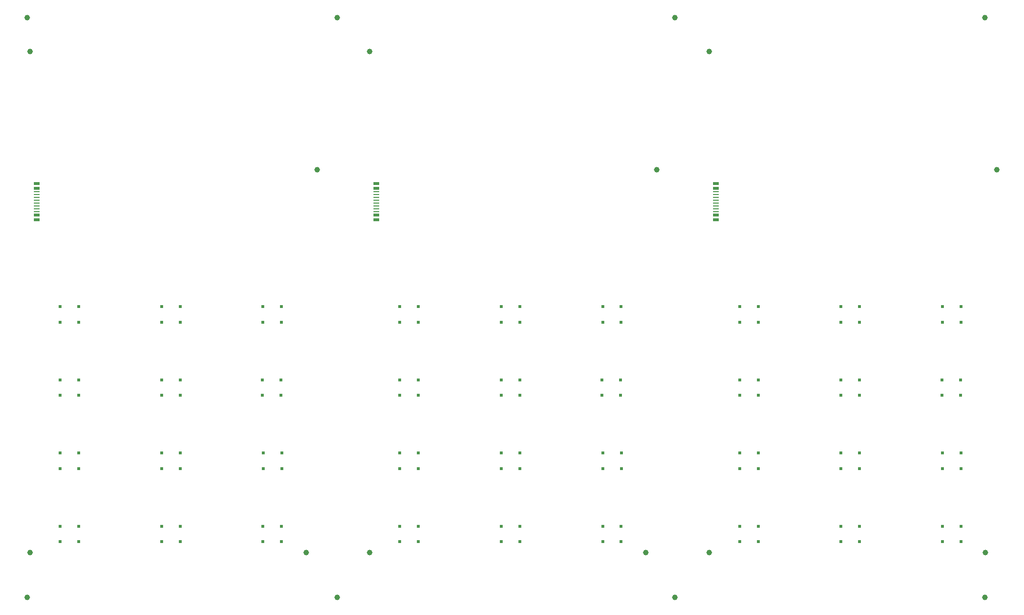
<source format=gbp>
G04 Layer_Color=8421504*
%FSLAX25Y25*%
%MOIN*%
G70*
G01*
G75*
%ADD11C,0.03937*%
%ADD191R,0.03937X0.01968*%
%ADD192R,0.03937X0.00787*%
%ADD193R,0.02362X0.02165*%
D11*
X472441Y11811D02*
D03*
X236221D02*
D03*
Y417323D02*
D03*
X472441D02*
D03*
X688976D02*
D03*
X19685D02*
D03*
Y11811D02*
D03*
X688976D02*
D03*
X222441Y311024D02*
D03*
X21653Y43307D02*
D03*
Y393701D02*
D03*
X214567Y43307D02*
D03*
X459843Y311024D02*
D03*
X259055Y43307D02*
D03*
Y393701D02*
D03*
X451969Y43307D02*
D03*
X697244Y311024D02*
D03*
X496456Y43307D02*
D03*
Y393701D02*
D03*
X689370Y43307D02*
D03*
D191*
X26182Y301181D02*
D03*
Y298032D02*
D03*
Y279134D02*
D03*
Y275985D02*
D03*
X263583Y301181D02*
D03*
Y298032D02*
D03*
Y279134D02*
D03*
Y275985D02*
D03*
X500985Y301181D02*
D03*
Y298032D02*
D03*
Y279134D02*
D03*
Y275985D02*
D03*
D192*
X26182Y295473D02*
D03*
Y293504D02*
D03*
Y291536D02*
D03*
Y289567D02*
D03*
Y287599D02*
D03*
Y285630D02*
D03*
Y283662D02*
D03*
Y281693D02*
D03*
X263583Y295473D02*
D03*
Y293504D02*
D03*
Y291536D02*
D03*
Y289567D02*
D03*
Y287599D02*
D03*
Y285630D02*
D03*
Y283662D02*
D03*
Y281693D02*
D03*
X500985Y295473D02*
D03*
Y293504D02*
D03*
Y291536D02*
D03*
Y289567D02*
D03*
Y287599D02*
D03*
Y285630D02*
D03*
Y283662D02*
D03*
Y281693D02*
D03*
D193*
X55709Y215232D02*
D03*
X42717D02*
D03*
Y204405D02*
D03*
X55709D02*
D03*
X113583Y204405D02*
D03*
X126575D02*
D03*
Y215232D02*
D03*
X113583D02*
D03*
X184449Y204405D02*
D03*
X197441D02*
D03*
Y215232D02*
D03*
X184449D02*
D03*
X55709Y164051D02*
D03*
X42717D02*
D03*
Y153224D02*
D03*
X55709D02*
D03*
X126575Y164051D02*
D03*
X113583D02*
D03*
Y153224D02*
D03*
X126575D02*
D03*
X184055Y153224D02*
D03*
X197048D02*
D03*
Y164051D02*
D03*
X184055D02*
D03*
X197520Y112870D02*
D03*
X184528D02*
D03*
Y102043D02*
D03*
X197520D02*
D03*
X126575Y112870D02*
D03*
X113583D02*
D03*
Y102043D02*
D03*
X126575D02*
D03*
X55709Y112870D02*
D03*
X42717D02*
D03*
Y102043D02*
D03*
X55709D02*
D03*
X55709Y61689D02*
D03*
X42717D02*
D03*
Y50863D02*
D03*
X55709D02*
D03*
X126575Y61689D02*
D03*
X113583D02*
D03*
Y50863D02*
D03*
X126575D02*
D03*
X184449Y50863D02*
D03*
X197441D02*
D03*
Y61689D02*
D03*
X184449D02*
D03*
X293111Y215232D02*
D03*
X280118D02*
D03*
Y204405D02*
D03*
X293111D02*
D03*
X350985Y204405D02*
D03*
X363977D02*
D03*
Y215232D02*
D03*
X350985D02*
D03*
X421851Y204405D02*
D03*
X434843D02*
D03*
Y215232D02*
D03*
X421851D02*
D03*
X293111Y164051D02*
D03*
X280118D02*
D03*
Y153224D02*
D03*
X293111D02*
D03*
X363977Y164051D02*
D03*
X350985D02*
D03*
Y153224D02*
D03*
X363977D02*
D03*
X421457Y153224D02*
D03*
X434449D02*
D03*
Y164051D02*
D03*
X421457D02*
D03*
X434922Y112870D02*
D03*
X421930D02*
D03*
Y102043D02*
D03*
X434922D02*
D03*
X363977Y112870D02*
D03*
X350985D02*
D03*
Y102043D02*
D03*
X363977D02*
D03*
X293111Y112870D02*
D03*
X280118D02*
D03*
Y102043D02*
D03*
X293111D02*
D03*
X293110Y61689D02*
D03*
X280118D02*
D03*
Y50863D02*
D03*
X293110D02*
D03*
X363977Y61689D02*
D03*
X350984D02*
D03*
Y50863D02*
D03*
X363977D02*
D03*
X421850Y50863D02*
D03*
X434842D02*
D03*
Y61689D02*
D03*
X421850D02*
D03*
X530512Y215232D02*
D03*
X517520D02*
D03*
Y204405D02*
D03*
X530512D02*
D03*
X588386Y204405D02*
D03*
X601378D02*
D03*
Y215232D02*
D03*
X588386D02*
D03*
X659252Y204405D02*
D03*
X672244D02*
D03*
Y215232D02*
D03*
X659252D02*
D03*
X530512Y164051D02*
D03*
X517520D02*
D03*
Y153224D02*
D03*
X530512D02*
D03*
X601378Y164051D02*
D03*
X588386D02*
D03*
Y153224D02*
D03*
X601378D02*
D03*
X658858Y153224D02*
D03*
X671851D02*
D03*
Y164051D02*
D03*
X658858D02*
D03*
X672324Y112870D02*
D03*
X659331D02*
D03*
Y102043D02*
D03*
X672324D02*
D03*
X601378Y112870D02*
D03*
X588386D02*
D03*
Y102043D02*
D03*
X601378D02*
D03*
X530512Y112870D02*
D03*
X517520D02*
D03*
Y102043D02*
D03*
X530512D02*
D03*
X530512Y61689D02*
D03*
X517520D02*
D03*
Y50863D02*
D03*
X530512D02*
D03*
X601378Y61689D02*
D03*
X588386D02*
D03*
Y50863D02*
D03*
X601378D02*
D03*
X659252Y50863D02*
D03*
X672244D02*
D03*
Y61689D02*
D03*
X659252D02*
D03*
M02*

</source>
